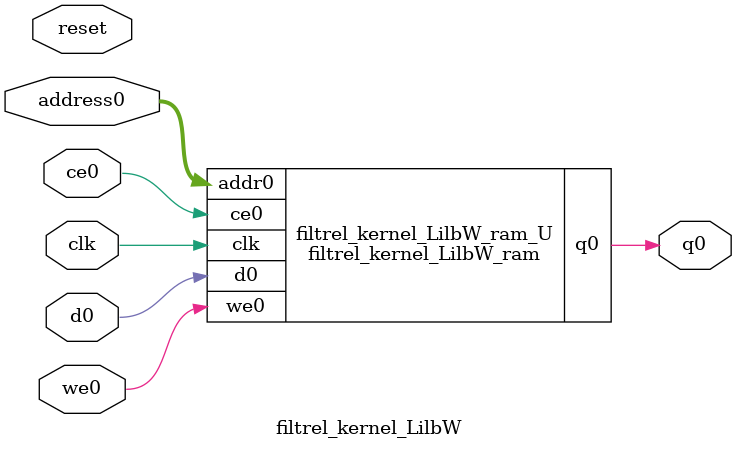
<source format=v>
`timescale 1 ns / 1 ps
module filtrel_kernel_LilbW_ram (addr0, ce0, d0, we0, q0,  clk);

parameter DWIDTH = 1;
parameter AWIDTH = 5;
parameter MEM_SIZE = 29;

input[AWIDTH-1:0] addr0;
input ce0;
input[DWIDTH-1:0] d0;
input we0;
output reg[DWIDTH-1:0] q0;
input clk;

(* ram_style = "distributed" *)reg [DWIDTH-1:0] ram[0:MEM_SIZE-1];




always @(posedge clk)  
begin 
    if (ce0) 
    begin
        if (we0) 
        begin 
            ram[addr0] <= d0; 
        end 
        q0 <= ram[addr0];
    end
end


endmodule

`timescale 1 ns / 1 ps
module filtrel_kernel_LilbW(
    reset,
    clk,
    address0,
    ce0,
    we0,
    d0,
    q0);

parameter DataWidth = 32'd1;
parameter AddressRange = 32'd29;
parameter AddressWidth = 32'd5;
input reset;
input clk;
input[AddressWidth - 1:0] address0;
input ce0;
input we0;
input[DataWidth - 1:0] d0;
output[DataWidth - 1:0] q0;



filtrel_kernel_LilbW_ram filtrel_kernel_LilbW_ram_U(
    .clk( clk ),
    .addr0( address0 ),
    .ce0( ce0 ),
    .we0( we0 ),
    .d0( d0 ),
    .q0( q0 ));

endmodule


</source>
